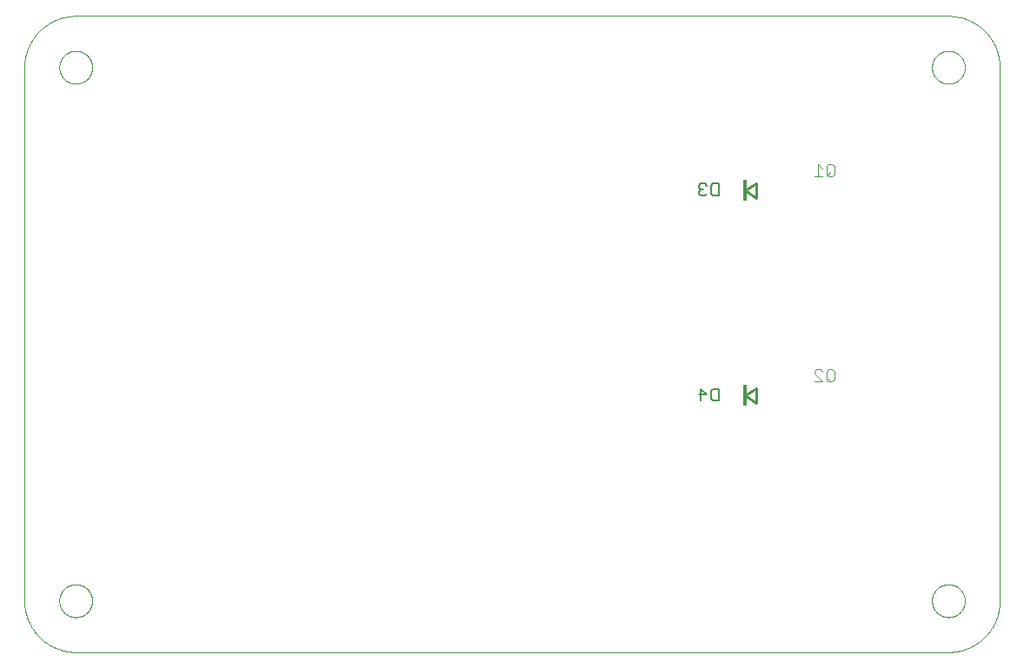
<source format=gbo>
G75*
%MOIN*%
%OFA0B0*%
%FSLAX25Y25*%
%IPPOS*%
%LPD*%
%AMOC8*
5,1,8,0,0,1.08239X$1,22.5*
%
%ADD10C,0.00000*%
%ADD11C,0.00400*%
%ADD12C,0.01000*%
%ADD13R,0.01181X0.08268*%
%ADD14C,0.00500*%
D10*
X0023622Y0002016D02*
X0358268Y0002016D01*
X0351969Y0021701D02*
X0351971Y0021859D01*
X0351977Y0022017D01*
X0351987Y0022175D01*
X0352001Y0022333D01*
X0352019Y0022490D01*
X0352040Y0022647D01*
X0352066Y0022803D01*
X0352096Y0022959D01*
X0352129Y0023114D01*
X0352167Y0023267D01*
X0352208Y0023420D01*
X0352253Y0023572D01*
X0352302Y0023723D01*
X0352355Y0023872D01*
X0352411Y0024020D01*
X0352471Y0024166D01*
X0352535Y0024311D01*
X0352603Y0024454D01*
X0352674Y0024596D01*
X0352748Y0024736D01*
X0352826Y0024873D01*
X0352908Y0025009D01*
X0352992Y0025143D01*
X0353081Y0025274D01*
X0353172Y0025403D01*
X0353267Y0025530D01*
X0353364Y0025655D01*
X0353465Y0025777D01*
X0353569Y0025896D01*
X0353676Y0026013D01*
X0353786Y0026127D01*
X0353899Y0026238D01*
X0354014Y0026347D01*
X0354132Y0026452D01*
X0354253Y0026554D01*
X0354376Y0026654D01*
X0354502Y0026750D01*
X0354630Y0026843D01*
X0354760Y0026933D01*
X0354893Y0027019D01*
X0355028Y0027103D01*
X0355164Y0027182D01*
X0355303Y0027259D01*
X0355444Y0027331D01*
X0355586Y0027401D01*
X0355730Y0027466D01*
X0355876Y0027528D01*
X0356023Y0027586D01*
X0356172Y0027641D01*
X0356322Y0027692D01*
X0356473Y0027739D01*
X0356625Y0027782D01*
X0356778Y0027821D01*
X0356933Y0027857D01*
X0357088Y0027888D01*
X0357244Y0027916D01*
X0357400Y0027940D01*
X0357557Y0027960D01*
X0357715Y0027976D01*
X0357872Y0027988D01*
X0358031Y0027996D01*
X0358189Y0028000D01*
X0358347Y0028000D01*
X0358505Y0027996D01*
X0358664Y0027988D01*
X0358821Y0027976D01*
X0358979Y0027960D01*
X0359136Y0027940D01*
X0359292Y0027916D01*
X0359448Y0027888D01*
X0359603Y0027857D01*
X0359758Y0027821D01*
X0359911Y0027782D01*
X0360063Y0027739D01*
X0360214Y0027692D01*
X0360364Y0027641D01*
X0360513Y0027586D01*
X0360660Y0027528D01*
X0360806Y0027466D01*
X0360950Y0027401D01*
X0361092Y0027331D01*
X0361233Y0027259D01*
X0361372Y0027182D01*
X0361508Y0027103D01*
X0361643Y0027019D01*
X0361776Y0026933D01*
X0361906Y0026843D01*
X0362034Y0026750D01*
X0362160Y0026654D01*
X0362283Y0026554D01*
X0362404Y0026452D01*
X0362522Y0026347D01*
X0362637Y0026238D01*
X0362750Y0026127D01*
X0362860Y0026013D01*
X0362967Y0025896D01*
X0363071Y0025777D01*
X0363172Y0025655D01*
X0363269Y0025530D01*
X0363364Y0025403D01*
X0363455Y0025274D01*
X0363544Y0025143D01*
X0363628Y0025009D01*
X0363710Y0024873D01*
X0363788Y0024736D01*
X0363862Y0024596D01*
X0363933Y0024454D01*
X0364001Y0024311D01*
X0364065Y0024166D01*
X0364125Y0024020D01*
X0364181Y0023872D01*
X0364234Y0023723D01*
X0364283Y0023572D01*
X0364328Y0023420D01*
X0364369Y0023267D01*
X0364407Y0023114D01*
X0364440Y0022959D01*
X0364470Y0022803D01*
X0364496Y0022647D01*
X0364517Y0022490D01*
X0364535Y0022333D01*
X0364549Y0022175D01*
X0364559Y0022017D01*
X0364565Y0021859D01*
X0364567Y0021701D01*
X0364565Y0021543D01*
X0364559Y0021385D01*
X0364549Y0021227D01*
X0364535Y0021069D01*
X0364517Y0020912D01*
X0364496Y0020755D01*
X0364470Y0020599D01*
X0364440Y0020443D01*
X0364407Y0020288D01*
X0364369Y0020135D01*
X0364328Y0019982D01*
X0364283Y0019830D01*
X0364234Y0019679D01*
X0364181Y0019530D01*
X0364125Y0019382D01*
X0364065Y0019236D01*
X0364001Y0019091D01*
X0363933Y0018948D01*
X0363862Y0018806D01*
X0363788Y0018666D01*
X0363710Y0018529D01*
X0363628Y0018393D01*
X0363544Y0018259D01*
X0363455Y0018128D01*
X0363364Y0017999D01*
X0363269Y0017872D01*
X0363172Y0017747D01*
X0363071Y0017625D01*
X0362967Y0017506D01*
X0362860Y0017389D01*
X0362750Y0017275D01*
X0362637Y0017164D01*
X0362522Y0017055D01*
X0362404Y0016950D01*
X0362283Y0016848D01*
X0362160Y0016748D01*
X0362034Y0016652D01*
X0361906Y0016559D01*
X0361776Y0016469D01*
X0361643Y0016383D01*
X0361508Y0016299D01*
X0361372Y0016220D01*
X0361233Y0016143D01*
X0361092Y0016071D01*
X0360950Y0016001D01*
X0360806Y0015936D01*
X0360660Y0015874D01*
X0360513Y0015816D01*
X0360364Y0015761D01*
X0360214Y0015710D01*
X0360063Y0015663D01*
X0359911Y0015620D01*
X0359758Y0015581D01*
X0359603Y0015545D01*
X0359448Y0015514D01*
X0359292Y0015486D01*
X0359136Y0015462D01*
X0358979Y0015442D01*
X0358821Y0015426D01*
X0358664Y0015414D01*
X0358505Y0015406D01*
X0358347Y0015402D01*
X0358189Y0015402D01*
X0358031Y0015406D01*
X0357872Y0015414D01*
X0357715Y0015426D01*
X0357557Y0015442D01*
X0357400Y0015462D01*
X0357244Y0015486D01*
X0357088Y0015514D01*
X0356933Y0015545D01*
X0356778Y0015581D01*
X0356625Y0015620D01*
X0356473Y0015663D01*
X0356322Y0015710D01*
X0356172Y0015761D01*
X0356023Y0015816D01*
X0355876Y0015874D01*
X0355730Y0015936D01*
X0355586Y0016001D01*
X0355444Y0016071D01*
X0355303Y0016143D01*
X0355164Y0016220D01*
X0355028Y0016299D01*
X0354893Y0016383D01*
X0354760Y0016469D01*
X0354630Y0016559D01*
X0354502Y0016652D01*
X0354376Y0016748D01*
X0354253Y0016848D01*
X0354132Y0016950D01*
X0354014Y0017055D01*
X0353899Y0017164D01*
X0353786Y0017275D01*
X0353676Y0017389D01*
X0353569Y0017506D01*
X0353465Y0017625D01*
X0353364Y0017747D01*
X0353267Y0017872D01*
X0353172Y0017999D01*
X0353081Y0018128D01*
X0352992Y0018259D01*
X0352908Y0018393D01*
X0352826Y0018529D01*
X0352748Y0018666D01*
X0352674Y0018806D01*
X0352603Y0018948D01*
X0352535Y0019091D01*
X0352471Y0019236D01*
X0352411Y0019382D01*
X0352355Y0019530D01*
X0352302Y0019679D01*
X0352253Y0019830D01*
X0352208Y0019982D01*
X0352167Y0020135D01*
X0352129Y0020288D01*
X0352096Y0020443D01*
X0352066Y0020599D01*
X0352040Y0020755D01*
X0352019Y0020912D01*
X0352001Y0021069D01*
X0351987Y0021227D01*
X0351977Y0021385D01*
X0351971Y0021543D01*
X0351969Y0021701D01*
X0358268Y0002016D02*
X0358744Y0002022D01*
X0359219Y0002039D01*
X0359694Y0002068D01*
X0360168Y0002108D01*
X0360641Y0002160D01*
X0361112Y0002223D01*
X0361582Y0002297D01*
X0362050Y0002383D01*
X0362516Y0002480D01*
X0362979Y0002588D01*
X0363439Y0002707D01*
X0363897Y0002838D01*
X0364351Y0002979D01*
X0364802Y0003132D01*
X0365248Y0003295D01*
X0365691Y0003469D01*
X0366129Y0003654D01*
X0366563Y0003849D01*
X0366992Y0004055D01*
X0367416Y0004271D01*
X0367835Y0004497D01*
X0368248Y0004733D01*
X0368655Y0004979D01*
X0369056Y0005235D01*
X0369450Y0005501D01*
X0369839Y0005776D01*
X0370220Y0006060D01*
X0370594Y0006353D01*
X0370962Y0006655D01*
X0371322Y0006967D01*
X0371674Y0007286D01*
X0372018Y0007614D01*
X0372355Y0007951D01*
X0372683Y0008295D01*
X0373002Y0008647D01*
X0373314Y0009007D01*
X0373616Y0009375D01*
X0373909Y0009749D01*
X0374193Y0010130D01*
X0374468Y0010519D01*
X0374734Y0010913D01*
X0374990Y0011314D01*
X0375236Y0011721D01*
X0375472Y0012134D01*
X0375698Y0012553D01*
X0375914Y0012977D01*
X0376120Y0013406D01*
X0376315Y0013840D01*
X0376500Y0014278D01*
X0376674Y0014721D01*
X0376837Y0015167D01*
X0376990Y0015618D01*
X0377131Y0016072D01*
X0377262Y0016530D01*
X0377381Y0016990D01*
X0377489Y0017453D01*
X0377586Y0017919D01*
X0377672Y0018387D01*
X0377746Y0018857D01*
X0377809Y0019328D01*
X0377861Y0019801D01*
X0377901Y0020275D01*
X0377930Y0020750D01*
X0377947Y0021225D01*
X0377953Y0021701D01*
X0377953Y0226425D01*
X0351969Y0226425D02*
X0351971Y0226583D01*
X0351977Y0226741D01*
X0351987Y0226899D01*
X0352001Y0227057D01*
X0352019Y0227214D01*
X0352040Y0227371D01*
X0352066Y0227527D01*
X0352096Y0227683D01*
X0352129Y0227838D01*
X0352167Y0227991D01*
X0352208Y0228144D01*
X0352253Y0228296D01*
X0352302Y0228447D01*
X0352355Y0228596D01*
X0352411Y0228744D01*
X0352471Y0228890D01*
X0352535Y0229035D01*
X0352603Y0229178D01*
X0352674Y0229320D01*
X0352748Y0229460D01*
X0352826Y0229597D01*
X0352908Y0229733D01*
X0352992Y0229867D01*
X0353081Y0229998D01*
X0353172Y0230127D01*
X0353267Y0230254D01*
X0353364Y0230379D01*
X0353465Y0230501D01*
X0353569Y0230620D01*
X0353676Y0230737D01*
X0353786Y0230851D01*
X0353899Y0230962D01*
X0354014Y0231071D01*
X0354132Y0231176D01*
X0354253Y0231278D01*
X0354376Y0231378D01*
X0354502Y0231474D01*
X0354630Y0231567D01*
X0354760Y0231657D01*
X0354893Y0231743D01*
X0355028Y0231827D01*
X0355164Y0231906D01*
X0355303Y0231983D01*
X0355444Y0232055D01*
X0355586Y0232125D01*
X0355730Y0232190D01*
X0355876Y0232252D01*
X0356023Y0232310D01*
X0356172Y0232365D01*
X0356322Y0232416D01*
X0356473Y0232463D01*
X0356625Y0232506D01*
X0356778Y0232545D01*
X0356933Y0232581D01*
X0357088Y0232612D01*
X0357244Y0232640D01*
X0357400Y0232664D01*
X0357557Y0232684D01*
X0357715Y0232700D01*
X0357872Y0232712D01*
X0358031Y0232720D01*
X0358189Y0232724D01*
X0358347Y0232724D01*
X0358505Y0232720D01*
X0358664Y0232712D01*
X0358821Y0232700D01*
X0358979Y0232684D01*
X0359136Y0232664D01*
X0359292Y0232640D01*
X0359448Y0232612D01*
X0359603Y0232581D01*
X0359758Y0232545D01*
X0359911Y0232506D01*
X0360063Y0232463D01*
X0360214Y0232416D01*
X0360364Y0232365D01*
X0360513Y0232310D01*
X0360660Y0232252D01*
X0360806Y0232190D01*
X0360950Y0232125D01*
X0361092Y0232055D01*
X0361233Y0231983D01*
X0361372Y0231906D01*
X0361508Y0231827D01*
X0361643Y0231743D01*
X0361776Y0231657D01*
X0361906Y0231567D01*
X0362034Y0231474D01*
X0362160Y0231378D01*
X0362283Y0231278D01*
X0362404Y0231176D01*
X0362522Y0231071D01*
X0362637Y0230962D01*
X0362750Y0230851D01*
X0362860Y0230737D01*
X0362967Y0230620D01*
X0363071Y0230501D01*
X0363172Y0230379D01*
X0363269Y0230254D01*
X0363364Y0230127D01*
X0363455Y0229998D01*
X0363544Y0229867D01*
X0363628Y0229733D01*
X0363710Y0229597D01*
X0363788Y0229460D01*
X0363862Y0229320D01*
X0363933Y0229178D01*
X0364001Y0229035D01*
X0364065Y0228890D01*
X0364125Y0228744D01*
X0364181Y0228596D01*
X0364234Y0228447D01*
X0364283Y0228296D01*
X0364328Y0228144D01*
X0364369Y0227991D01*
X0364407Y0227838D01*
X0364440Y0227683D01*
X0364470Y0227527D01*
X0364496Y0227371D01*
X0364517Y0227214D01*
X0364535Y0227057D01*
X0364549Y0226899D01*
X0364559Y0226741D01*
X0364565Y0226583D01*
X0364567Y0226425D01*
X0364565Y0226267D01*
X0364559Y0226109D01*
X0364549Y0225951D01*
X0364535Y0225793D01*
X0364517Y0225636D01*
X0364496Y0225479D01*
X0364470Y0225323D01*
X0364440Y0225167D01*
X0364407Y0225012D01*
X0364369Y0224859D01*
X0364328Y0224706D01*
X0364283Y0224554D01*
X0364234Y0224403D01*
X0364181Y0224254D01*
X0364125Y0224106D01*
X0364065Y0223960D01*
X0364001Y0223815D01*
X0363933Y0223672D01*
X0363862Y0223530D01*
X0363788Y0223390D01*
X0363710Y0223253D01*
X0363628Y0223117D01*
X0363544Y0222983D01*
X0363455Y0222852D01*
X0363364Y0222723D01*
X0363269Y0222596D01*
X0363172Y0222471D01*
X0363071Y0222349D01*
X0362967Y0222230D01*
X0362860Y0222113D01*
X0362750Y0221999D01*
X0362637Y0221888D01*
X0362522Y0221779D01*
X0362404Y0221674D01*
X0362283Y0221572D01*
X0362160Y0221472D01*
X0362034Y0221376D01*
X0361906Y0221283D01*
X0361776Y0221193D01*
X0361643Y0221107D01*
X0361508Y0221023D01*
X0361372Y0220944D01*
X0361233Y0220867D01*
X0361092Y0220795D01*
X0360950Y0220725D01*
X0360806Y0220660D01*
X0360660Y0220598D01*
X0360513Y0220540D01*
X0360364Y0220485D01*
X0360214Y0220434D01*
X0360063Y0220387D01*
X0359911Y0220344D01*
X0359758Y0220305D01*
X0359603Y0220269D01*
X0359448Y0220238D01*
X0359292Y0220210D01*
X0359136Y0220186D01*
X0358979Y0220166D01*
X0358821Y0220150D01*
X0358664Y0220138D01*
X0358505Y0220130D01*
X0358347Y0220126D01*
X0358189Y0220126D01*
X0358031Y0220130D01*
X0357872Y0220138D01*
X0357715Y0220150D01*
X0357557Y0220166D01*
X0357400Y0220186D01*
X0357244Y0220210D01*
X0357088Y0220238D01*
X0356933Y0220269D01*
X0356778Y0220305D01*
X0356625Y0220344D01*
X0356473Y0220387D01*
X0356322Y0220434D01*
X0356172Y0220485D01*
X0356023Y0220540D01*
X0355876Y0220598D01*
X0355730Y0220660D01*
X0355586Y0220725D01*
X0355444Y0220795D01*
X0355303Y0220867D01*
X0355164Y0220944D01*
X0355028Y0221023D01*
X0354893Y0221107D01*
X0354760Y0221193D01*
X0354630Y0221283D01*
X0354502Y0221376D01*
X0354376Y0221472D01*
X0354253Y0221572D01*
X0354132Y0221674D01*
X0354014Y0221779D01*
X0353899Y0221888D01*
X0353786Y0221999D01*
X0353676Y0222113D01*
X0353569Y0222230D01*
X0353465Y0222349D01*
X0353364Y0222471D01*
X0353267Y0222596D01*
X0353172Y0222723D01*
X0353081Y0222852D01*
X0352992Y0222983D01*
X0352908Y0223117D01*
X0352826Y0223253D01*
X0352748Y0223390D01*
X0352674Y0223530D01*
X0352603Y0223672D01*
X0352535Y0223815D01*
X0352471Y0223960D01*
X0352411Y0224106D01*
X0352355Y0224254D01*
X0352302Y0224403D01*
X0352253Y0224554D01*
X0352208Y0224706D01*
X0352167Y0224859D01*
X0352129Y0225012D01*
X0352096Y0225167D01*
X0352066Y0225323D01*
X0352040Y0225479D01*
X0352019Y0225636D01*
X0352001Y0225793D01*
X0351987Y0225951D01*
X0351977Y0226109D01*
X0351971Y0226267D01*
X0351969Y0226425D01*
X0358268Y0246110D02*
X0358744Y0246104D01*
X0359219Y0246087D01*
X0359694Y0246058D01*
X0360168Y0246018D01*
X0360641Y0245966D01*
X0361112Y0245903D01*
X0361582Y0245829D01*
X0362050Y0245743D01*
X0362516Y0245646D01*
X0362979Y0245538D01*
X0363439Y0245419D01*
X0363897Y0245288D01*
X0364351Y0245147D01*
X0364802Y0244994D01*
X0365248Y0244831D01*
X0365691Y0244657D01*
X0366129Y0244472D01*
X0366563Y0244277D01*
X0366992Y0244071D01*
X0367416Y0243855D01*
X0367835Y0243629D01*
X0368248Y0243393D01*
X0368655Y0243147D01*
X0369056Y0242891D01*
X0369450Y0242625D01*
X0369839Y0242350D01*
X0370220Y0242066D01*
X0370594Y0241773D01*
X0370962Y0241471D01*
X0371322Y0241159D01*
X0371674Y0240840D01*
X0372018Y0240512D01*
X0372355Y0240175D01*
X0372683Y0239831D01*
X0373002Y0239479D01*
X0373314Y0239119D01*
X0373616Y0238751D01*
X0373909Y0238377D01*
X0374193Y0237996D01*
X0374468Y0237607D01*
X0374734Y0237213D01*
X0374990Y0236812D01*
X0375236Y0236405D01*
X0375472Y0235992D01*
X0375698Y0235573D01*
X0375914Y0235149D01*
X0376120Y0234720D01*
X0376315Y0234286D01*
X0376500Y0233848D01*
X0376674Y0233405D01*
X0376837Y0232959D01*
X0376990Y0232508D01*
X0377131Y0232054D01*
X0377262Y0231596D01*
X0377381Y0231136D01*
X0377489Y0230673D01*
X0377586Y0230207D01*
X0377672Y0229739D01*
X0377746Y0229269D01*
X0377809Y0228798D01*
X0377861Y0228325D01*
X0377901Y0227851D01*
X0377930Y0227376D01*
X0377947Y0226901D01*
X0377953Y0226425D01*
X0358268Y0246110D02*
X0023622Y0246110D01*
X0017323Y0226425D02*
X0017325Y0226583D01*
X0017331Y0226741D01*
X0017341Y0226899D01*
X0017355Y0227057D01*
X0017373Y0227214D01*
X0017394Y0227371D01*
X0017420Y0227527D01*
X0017450Y0227683D01*
X0017483Y0227838D01*
X0017521Y0227991D01*
X0017562Y0228144D01*
X0017607Y0228296D01*
X0017656Y0228447D01*
X0017709Y0228596D01*
X0017765Y0228744D01*
X0017825Y0228890D01*
X0017889Y0229035D01*
X0017957Y0229178D01*
X0018028Y0229320D01*
X0018102Y0229460D01*
X0018180Y0229597D01*
X0018262Y0229733D01*
X0018346Y0229867D01*
X0018435Y0229998D01*
X0018526Y0230127D01*
X0018621Y0230254D01*
X0018718Y0230379D01*
X0018819Y0230501D01*
X0018923Y0230620D01*
X0019030Y0230737D01*
X0019140Y0230851D01*
X0019253Y0230962D01*
X0019368Y0231071D01*
X0019486Y0231176D01*
X0019607Y0231278D01*
X0019730Y0231378D01*
X0019856Y0231474D01*
X0019984Y0231567D01*
X0020114Y0231657D01*
X0020247Y0231743D01*
X0020382Y0231827D01*
X0020518Y0231906D01*
X0020657Y0231983D01*
X0020798Y0232055D01*
X0020940Y0232125D01*
X0021084Y0232190D01*
X0021230Y0232252D01*
X0021377Y0232310D01*
X0021526Y0232365D01*
X0021676Y0232416D01*
X0021827Y0232463D01*
X0021979Y0232506D01*
X0022132Y0232545D01*
X0022287Y0232581D01*
X0022442Y0232612D01*
X0022598Y0232640D01*
X0022754Y0232664D01*
X0022911Y0232684D01*
X0023069Y0232700D01*
X0023226Y0232712D01*
X0023385Y0232720D01*
X0023543Y0232724D01*
X0023701Y0232724D01*
X0023859Y0232720D01*
X0024018Y0232712D01*
X0024175Y0232700D01*
X0024333Y0232684D01*
X0024490Y0232664D01*
X0024646Y0232640D01*
X0024802Y0232612D01*
X0024957Y0232581D01*
X0025112Y0232545D01*
X0025265Y0232506D01*
X0025417Y0232463D01*
X0025568Y0232416D01*
X0025718Y0232365D01*
X0025867Y0232310D01*
X0026014Y0232252D01*
X0026160Y0232190D01*
X0026304Y0232125D01*
X0026446Y0232055D01*
X0026587Y0231983D01*
X0026726Y0231906D01*
X0026862Y0231827D01*
X0026997Y0231743D01*
X0027130Y0231657D01*
X0027260Y0231567D01*
X0027388Y0231474D01*
X0027514Y0231378D01*
X0027637Y0231278D01*
X0027758Y0231176D01*
X0027876Y0231071D01*
X0027991Y0230962D01*
X0028104Y0230851D01*
X0028214Y0230737D01*
X0028321Y0230620D01*
X0028425Y0230501D01*
X0028526Y0230379D01*
X0028623Y0230254D01*
X0028718Y0230127D01*
X0028809Y0229998D01*
X0028898Y0229867D01*
X0028982Y0229733D01*
X0029064Y0229597D01*
X0029142Y0229460D01*
X0029216Y0229320D01*
X0029287Y0229178D01*
X0029355Y0229035D01*
X0029419Y0228890D01*
X0029479Y0228744D01*
X0029535Y0228596D01*
X0029588Y0228447D01*
X0029637Y0228296D01*
X0029682Y0228144D01*
X0029723Y0227991D01*
X0029761Y0227838D01*
X0029794Y0227683D01*
X0029824Y0227527D01*
X0029850Y0227371D01*
X0029871Y0227214D01*
X0029889Y0227057D01*
X0029903Y0226899D01*
X0029913Y0226741D01*
X0029919Y0226583D01*
X0029921Y0226425D01*
X0029919Y0226267D01*
X0029913Y0226109D01*
X0029903Y0225951D01*
X0029889Y0225793D01*
X0029871Y0225636D01*
X0029850Y0225479D01*
X0029824Y0225323D01*
X0029794Y0225167D01*
X0029761Y0225012D01*
X0029723Y0224859D01*
X0029682Y0224706D01*
X0029637Y0224554D01*
X0029588Y0224403D01*
X0029535Y0224254D01*
X0029479Y0224106D01*
X0029419Y0223960D01*
X0029355Y0223815D01*
X0029287Y0223672D01*
X0029216Y0223530D01*
X0029142Y0223390D01*
X0029064Y0223253D01*
X0028982Y0223117D01*
X0028898Y0222983D01*
X0028809Y0222852D01*
X0028718Y0222723D01*
X0028623Y0222596D01*
X0028526Y0222471D01*
X0028425Y0222349D01*
X0028321Y0222230D01*
X0028214Y0222113D01*
X0028104Y0221999D01*
X0027991Y0221888D01*
X0027876Y0221779D01*
X0027758Y0221674D01*
X0027637Y0221572D01*
X0027514Y0221472D01*
X0027388Y0221376D01*
X0027260Y0221283D01*
X0027130Y0221193D01*
X0026997Y0221107D01*
X0026862Y0221023D01*
X0026726Y0220944D01*
X0026587Y0220867D01*
X0026446Y0220795D01*
X0026304Y0220725D01*
X0026160Y0220660D01*
X0026014Y0220598D01*
X0025867Y0220540D01*
X0025718Y0220485D01*
X0025568Y0220434D01*
X0025417Y0220387D01*
X0025265Y0220344D01*
X0025112Y0220305D01*
X0024957Y0220269D01*
X0024802Y0220238D01*
X0024646Y0220210D01*
X0024490Y0220186D01*
X0024333Y0220166D01*
X0024175Y0220150D01*
X0024018Y0220138D01*
X0023859Y0220130D01*
X0023701Y0220126D01*
X0023543Y0220126D01*
X0023385Y0220130D01*
X0023226Y0220138D01*
X0023069Y0220150D01*
X0022911Y0220166D01*
X0022754Y0220186D01*
X0022598Y0220210D01*
X0022442Y0220238D01*
X0022287Y0220269D01*
X0022132Y0220305D01*
X0021979Y0220344D01*
X0021827Y0220387D01*
X0021676Y0220434D01*
X0021526Y0220485D01*
X0021377Y0220540D01*
X0021230Y0220598D01*
X0021084Y0220660D01*
X0020940Y0220725D01*
X0020798Y0220795D01*
X0020657Y0220867D01*
X0020518Y0220944D01*
X0020382Y0221023D01*
X0020247Y0221107D01*
X0020114Y0221193D01*
X0019984Y0221283D01*
X0019856Y0221376D01*
X0019730Y0221472D01*
X0019607Y0221572D01*
X0019486Y0221674D01*
X0019368Y0221779D01*
X0019253Y0221888D01*
X0019140Y0221999D01*
X0019030Y0222113D01*
X0018923Y0222230D01*
X0018819Y0222349D01*
X0018718Y0222471D01*
X0018621Y0222596D01*
X0018526Y0222723D01*
X0018435Y0222852D01*
X0018346Y0222983D01*
X0018262Y0223117D01*
X0018180Y0223253D01*
X0018102Y0223390D01*
X0018028Y0223530D01*
X0017957Y0223672D01*
X0017889Y0223815D01*
X0017825Y0223960D01*
X0017765Y0224106D01*
X0017709Y0224254D01*
X0017656Y0224403D01*
X0017607Y0224554D01*
X0017562Y0224706D01*
X0017521Y0224859D01*
X0017483Y0225012D01*
X0017450Y0225167D01*
X0017420Y0225323D01*
X0017394Y0225479D01*
X0017373Y0225636D01*
X0017355Y0225793D01*
X0017341Y0225951D01*
X0017331Y0226109D01*
X0017325Y0226267D01*
X0017323Y0226425D01*
X0003937Y0226425D02*
X0003943Y0226901D01*
X0003960Y0227376D01*
X0003989Y0227851D01*
X0004029Y0228325D01*
X0004081Y0228798D01*
X0004144Y0229269D01*
X0004218Y0229739D01*
X0004304Y0230207D01*
X0004401Y0230673D01*
X0004509Y0231136D01*
X0004628Y0231596D01*
X0004759Y0232054D01*
X0004900Y0232508D01*
X0005053Y0232959D01*
X0005216Y0233405D01*
X0005390Y0233848D01*
X0005575Y0234286D01*
X0005770Y0234720D01*
X0005976Y0235149D01*
X0006192Y0235573D01*
X0006418Y0235992D01*
X0006654Y0236405D01*
X0006900Y0236812D01*
X0007156Y0237213D01*
X0007422Y0237607D01*
X0007697Y0237996D01*
X0007981Y0238377D01*
X0008274Y0238751D01*
X0008576Y0239119D01*
X0008888Y0239479D01*
X0009207Y0239831D01*
X0009535Y0240175D01*
X0009872Y0240512D01*
X0010216Y0240840D01*
X0010568Y0241159D01*
X0010928Y0241471D01*
X0011296Y0241773D01*
X0011670Y0242066D01*
X0012051Y0242350D01*
X0012440Y0242625D01*
X0012834Y0242891D01*
X0013235Y0243147D01*
X0013642Y0243393D01*
X0014055Y0243629D01*
X0014474Y0243855D01*
X0014898Y0244071D01*
X0015327Y0244277D01*
X0015761Y0244472D01*
X0016199Y0244657D01*
X0016642Y0244831D01*
X0017088Y0244994D01*
X0017539Y0245147D01*
X0017993Y0245288D01*
X0018451Y0245419D01*
X0018911Y0245538D01*
X0019374Y0245646D01*
X0019840Y0245743D01*
X0020308Y0245829D01*
X0020778Y0245903D01*
X0021249Y0245966D01*
X0021722Y0246018D01*
X0022196Y0246058D01*
X0022671Y0246087D01*
X0023146Y0246104D01*
X0023622Y0246110D01*
X0003937Y0226425D02*
X0003937Y0021701D01*
X0017323Y0021701D02*
X0017325Y0021859D01*
X0017331Y0022017D01*
X0017341Y0022175D01*
X0017355Y0022333D01*
X0017373Y0022490D01*
X0017394Y0022647D01*
X0017420Y0022803D01*
X0017450Y0022959D01*
X0017483Y0023114D01*
X0017521Y0023267D01*
X0017562Y0023420D01*
X0017607Y0023572D01*
X0017656Y0023723D01*
X0017709Y0023872D01*
X0017765Y0024020D01*
X0017825Y0024166D01*
X0017889Y0024311D01*
X0017957Y0024454D01*
X0018028Y0024596D01*
X0018102Y0024736D01*
X0018180Y0024873D01*
X0018262Y0025009D01*
X0018346Y0025143D01*
X0018435Y0025274D01*
X0018526Y0025403D01*
X0018621Y0025530D01*
X0018718Y0025655D01*
X0018819Y0025777D01*
X0018923Y0025896D01*
X0019030Y0026013D01*
X0019140Y0026127D01*
X0019253Y0026238D01*
X0019368Y0026347D01*
X0019486Y0026452D01*
X0019607Y0026554D01*
X0019730Y0026654D01*
X0019856Y0026750D01*
X0019984Y0026843D01*
X0020114Y0026933D01*
X0020247Y0027019D01*
X0020382Y0027103D01*
X0020518Y0027182D01*
X0020657Y0027259D01*
X0020798Y0027331D01*
X0020940Y0027401D01*
X0021084Y0027466D01*
X0021230Y0027528D01*
X0021377Y0027586D01*
X0021526Y0027641D01*
X0021676Y0027692D01*
X0021827Y0027739D01*
X0021979Y0027782D01*
X0022132Y0027821D01*
X0022287Y0027857D01*
X0022442Y0027888D01*
X0022598Y0027916D01*
X0022754Y0027940D01*
X0022911Y0027960D01*
X0023069Y0027976D01*
X0023226Y0027988D01*
X0023385Y0027996D01*
X0023543Y0028000D01*
X0023701Y0028000D01*
X0023859Y0027996D01*
X0024018Y0027988D01*
X0024175Y0027976D01*
X0024333Y0027960D01*
X0024490Y0027940D01*
X0024646Y0027916D01*
X0024802Y0027888D01*
X0024957Y0027857D01*
X0025112Y0027821D01*
X0025265Y0027782D01*
X0025417Y0027739D01*
X0025568Y0027692D01*
X0025718Y0027641D01*
X0025867Y0027586D01*
X0026014Y0027528D01*
X0026160Y0027466D01*
X0026304Y0027401D01*
X0026446Y0027331D01*
X0026587Y0027259D01*
X0026726Y0027182D01*
X0026862Y0027103D01*
X0026997Y0027019D01*
X0027130Y0026933D01*
X0027260Y0026843D01*
X0027388Y0026750D01*
X0027514Y0026654D01*
X0027637Y0026554D01*
X0027758Y0026452D01*
X0027876Y0026347D01*
X0027991Y0026238D01*
X0028104Y0026127D01*
X0028214Y0026013D01*
X0028321Y0025896D01*
X0028425Y0025777D01*
X0028526Y0025655D01*
X0028623Y0025530D01*
X0028718Y0025403D01*
X0028809Y0025274D01*
X0028898Y0025143D01*
X0028982Y0025009D01*
X0029064Y0024873D01*
X0029142Y0024736D01*
X0029216Y0024596D01*
X0029287Y0024454D01*
X0029355Y0024311D01*
X0029419Y0024166D01*
X0029479Y0024020D01*
X0029535Y0023872D01*
X0029588Y0023723D01*
X0029637Y0023572D01*
X0029682Y0023420D01*
X0029723Y0023267D01*
X0029761Y0023114D01*
X0029794Y0022959D01*
X0029824Y0022803D01*
X0029850Y0022647D01*
X0029871Y0022490D01*
X0029889Y0022333D01*
X0029903Y0022175D01*
X0029913Y0022017D01*
X0029919Y0021859D01*
X0029921Y0021701D01*
X0029919Y0021543D01*
X0029913Y0021385D01*
X0029903Y0021227D01*
X0029889Y0021069D01*
X0029871Y0020912D01*
X0029850Y0020755D01*
X0029824Y0020599D01*
X0029794Y0020443D01*
X0029761Y0020288D01*
X0029723Y0020135D01*
X0029682Y0019982D01*
X0029637Y0019830D01*
X0029588Y0019679D01*
X0029535Y0019530D01*
X0029479Y0019382D01*
X0029419Y0019236D01*
X0029355Y0019091D01*
X0029287Y0018948D01*
X0029216Y0018806D01*
X0029142Y0018666D01*
X0029064Y0018529D01*
X0028982Y0018393D01*
X0028898Y0018259D01*
X0028809Y0018128D01*
X0028718Y0017999D01*
X0028623Y0017872D01*
X0028526Y0017747D01*
X0028425Y0017625D01*
X0028321Y0017506D01*
X0028214Y0017389D01*
X0028104Y0017275D01*
X0027991Y0017164D01*
X0027876Y0017055D01*
X0027758Y0016950D01*
X0027637Y0016848D01*
X0027514Y0016748D01*
X0027388Y0016652D01*
X0027260Y0016559D01*
X0027130Y0016469D01*
X0026997Y0016383D01*
X0026862Y0016299D01*
X0026726Y0016220D01*
X0026587Y0016143D01*
X0026446Y0016071D01*
X0026304Y0016001D01*
X0026160Y0015936D01*
X0026014Y0015874D01*
X0025867Y0015816D01*
X0025718Y0015761D01*
X0025568Y0015710D01*
X0025417Y0015663D01*
X0025265Y0015620D01*
X0025112Y0015581D01*
X0024957Y0015545D01*
X0024802Y0015514D01*
X0024646Y0015486D01*
X0024490Y0015462D01*
X0024333Y0015442D01*
X0024175Y0015426D01*
X0024018Y0015414D01*
X0023859Y0015406D01*
X0023701Y0015402D01*
X0023543Y0015402D01*
X0023385Y0015406D01*
X0023226Y0015414D01*
X0023069Y0015426D01*
X0022911Y0015442D01*
X0022754Y0015462D01*
X0022598Y0015486D01*
X0022442Y0015514D01*
X0022287Y0015545D01*
X0022132Y0015581D01*
X0021979Y0015620D01*
X0021827Y0015663D01*
X0021676Y0015710D01*
X0021526Y0015761D01*
X0021377Y0015816D01*
X0021230Y0015874D01*
X0021084Y0015936D01*
X0020940Y0016001D01*
X0020798Y0016071D01*
X0020657Y0016143D01*
X0020518Y0016220D01*
X0020382Y0016299D01*
X0020247Y0016383D01*
X0020114Y0016469D01*
X0019984Y0016559D01*
X0019856Y0016652D01*
X0019730Y0016748D01*
X0019607Y0016848D01*
X0019486Y0016950D01*
X0019368Y0017055D01*
X0019253Y0017164D01*
X0019140Y0017275D01*
X0019030Y0017389D01*
X0018923Y0017506D01*
X0018819Y0017625D01*
X0018718Y0017747D01*
X0018621Y0017872D01*
X0018526Y0017999D01*
X0018435Y0018128D01*
X0018346Y0018259D01*
X0018262Y0018393D01*
X0018180Y0018529D01*
X0018102Y0018666D01*
X0018028Y0018806D01*
X0017957Y0018948D01*
X0017889Y0019091D01*
X0017825Y0019236D01*
X0017765Y0019382D01*
X0017709Y0019530D01*
X0017656Y0019679D01*
X0017607Y0019830D01*
X0017562Y0019982D01*
X0017521Y0020135D01*
X0017483Y0020288D01*
X0017450Y0020443D01*
X0017420Y0020599D01*
X0017394Y0020755D01*
X0017373Y0020912D01*
X0017355Y0021069D01*
X0017341Y0021227D01*
X0017331Y0021385D01*
X0017325Y0021543D01*
X0017323Y0021701D01*
X0003937Y0021701D02*
X0003943Y0021225D01*
X0003960Y0020750D01*
X0003989Y0020275D01*
X0004029Y0019801D01*
X0004081Y0019328D01*
X0004144Y0018857D01*
X0004218Y0018387D01*
X0004304Y0017919D01*
X0004401Y0017453D01*
X0004509Y0016990D01*
X0004628Y0016530D01*
X0004759Y0016072D01*
X0004900Y0015618D01*
X0005053Y0015167D01*
X0005216Y0014721D01*
X0005390Y0014278D01*
X0005575Y0013840D01*
X0005770Y0013406D01*
X0005976Y0012977D01*
X0006192Y0012553D01*
X0006418Y0012134D01*
X0006654Y0011721D01*
X0006900Y0011314D01*
X0007156Y0010913D01*
X0007422Y0010519D01*
X0007697Y0010130D01*
X0007981Y0009749D01*
X0008274Y0009375D01*
X0008576Y0009007D01*
X0008888Y0008647D01*
X0009207Y0008295D01*
X0009535Y0007951D01*
X0009872Y0007614D01*
X0010216Y0007286D01*
X0010568Y0006967D01*
X0010928Y0006655D01*
X0011296Y0006353D01*
X0011670Y0006060D01*
X0012051Y0005776D01*
X0012440Y0005501D01*
X0012834Y0005235D01*
X0013235Y0004979D01*
X0013642Y0004733D01*
X0014055Y0004497D01*
X0014474Y0004271D01*
X0014898Y0004055D01*
X0015327Y0003849D01*
X0015761Y0003654D01*
X0016199Y0003469D01*
X0016642Y0003295D01*
X0017088Y0003132D01*
X0017539Y0002979D01*
X0017993Y0002838D01*
X0018451Y0002707D01*
X0018911Y0002588D01*
X0019374Y0002480D01*
X0019840Y0002383D01*
X0020308Y0002297D01*
X0020778Y0002223D01*
X0021249Y0002160D01*
X0021722Y0002108D01*
X0022196Y0002068D01*
X0022671Y0002039D01*
X0023146Y0002022D01*
X0023622Y0002016D01*
D11*
X0306827Y0105857D02*
X0309896Y0105857D01*
X0306827Y0108927D01*
X0306827Y0109694D01*
X0307594Y0110461D01*
X0309129Y0110461D01*
X0309896Y0109694D01*
X0311431Y0109694D02*
X0311431Y0106625D01*
X0312198Y0105857D01*
X0313733Y0105857D01*
X0314500Y0106625D01*
X0314500Y0109694D01*
X0313733Y0110461D01*
X0312198Y0110461D01*
X0311431Y0109694D01*
X0312965Y0107392D02*
X0311431Y0105857D01*
X0311431Y0184598D02*
X0312965Y0186132D01*
X0311431Y0185365D02*
X0312198Y0184598D01*
X0313733Y0184598D01*
X0314500Y0185365D01*
X0314500Y0188434D01*
X0313733Y0189202D01*
X0312198Y0189202D01*
X0311431Y0188434D01*
X0311431Y0185365D01*
X0309896Y0184598D02*
X0306827Y0184598D01*
X0308361Y0184598D02*
X0308361Y0189202D01*
X0309896Y0187667D01*
D12*
X0284449Y0181937D02*
X0284449Y0176228D01*
X0280315Y0179181D01*
X0284449Y0181937D01*
X0284449Y0103197D02*
X0280315Y0100441D01*
X0284449Y0097488D01*
X0284449Y0103197D01*
D13*
X0280118Y0100441D03*
X0280118Y0179181D03*
D14*
X0270218Y0177242D02*
X0267966Y0177242D01*
X0267215Y0177993D01*
X0267215Y0180995D01*
X0267966Y0181746D01*
X0270218Y0181746D01*
X0270218Y0177242D01*
X0265614Y0177993D02*
X0264863Y0177242D01*
X0263362Y0177242D01*
X0262611Y0177993D01*
X0262611Y0178743D01*
X0263362Y0179494D01*
X0264113Y0179494D01*
X0263362Y0179494D02*
X0262611Y0180245D01*
X0262611Y0180995D01*
X0263362Y0181746D01*
X0264863Y0181746D01*
X0265614Y0180995D01*
X0263362Y0103006D02*
X0265614Y0100754D01*
X0262611Y0100754D01*
X0263362Y0098502D02*
X0263362Y0103006D01*
X0267215Y0102255D02*
X0267215Y0099253D01*
X0267966Y0098502D01*
X0270218Y0098502D01*
X0270218Y0103006D01*
X0267966Y0103006D01*
X0267215Y0102255D01*
M02*

</source>
